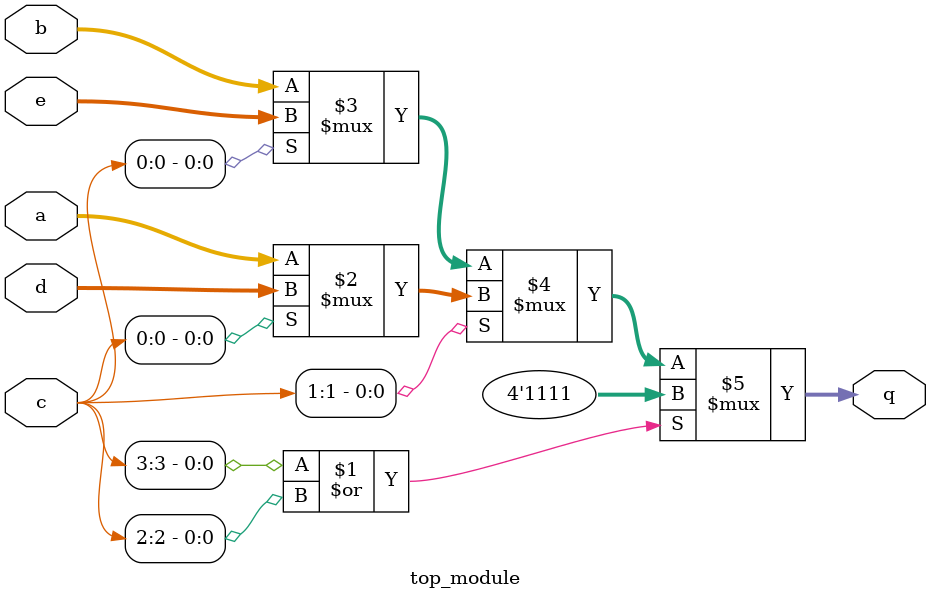
<source format=v>
module top_module (
    input [3:0] a,
    input [3:0] b,
    input [3:0] c,
    input [3:0] d,
    input [3:0] e,
    output [3:0] q );
    assign q= ( c[3]|c[2] ) ? 4'hf : (c[1]? (c[0]?d:a) : (c[0]?e:b));
endmodule

</source>
